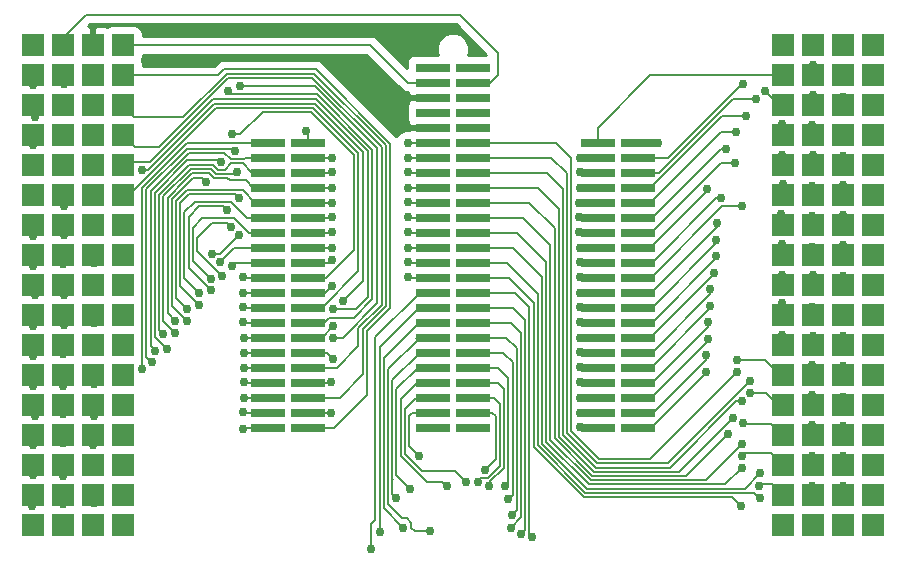
<source format=gtl>
G04 #@! TF.FileFunction,Copper,L1,Top,Signal*
%FSLAX46Y46*%
G04 Gerber Fmt 4.6, Leading zero omitted, Abs format (unit mm)*
G04 Created by KiCad (PCBNEW 4.0.4-stable) date 04/23/19 17:12:55*
%MOMM*%
%LPD*%
G01*
G04 APERTURE LIST*
%ADD10C,0.150000*%
%ADD11R,1.899920X1.899920*%
%ADD12R,2.920000X0.740000*%
%ADD13C,0.762000*%
%ADD14C,0.177800*%
%ADD15C,0.500000*%
%ADD16C,0.254000*%
G04 APERTURE END LIST*
D10*
D11*
X104140000Y-43180000D03*
X106680000Y-43180000D03*
X109220000Y-43180000D03*
X111760000Y-43180000D03*
X104140000Y-45720000D03*
X106680000Y-45720000D03*
X109220000Y-45720000D03*
X111760000Y-45720000D03*
X104140000Y-48260000D03*
X106680000Y-48260000D03*
X109220000Y-48260000D03*
X111760000Y-48260000D03*
X104140000Y-50800000D03*
X106680000Y-50800000D03*
X109220000Y-50800000D03*
X111760000Y-50800000D03*
X104140000Y-53340000D03*
X106680000Y-53340000D03*
X109220000Y-53340000D03*
X111760000Y-53340000D03*
X104140000Y-55880000D03*
X106680000Y-55880000D03*
X109220000Y-55880000D03*
X111760000Y-55880000D03*
X104140000Y-58420000D03*
X106680000Y-58420000D03*
X109220000Y-58420000D03*
X111760000Y-58420000D03*
X104140000Y-60960000D03*
X106680000Y-60960000D03*
X109220000Y-60960000D03*
X111760000Y-60960000D03*
X104140000Y-63500000D03*
X106680000Y-63500000D03*
X109220000Y-63500000D03*
X111760000Y-63500000D03*
X104140000Y-66040000D03*
X106680000Y-66040000D03*
X109220000Y-66040000D03*
X111760000Y-66040000D03*
X104140000Y-68580000D03*
X106680000Y-68580000D03*
X109220000Y-68580000D03*
X111760000Y-68580000D03*
X104140000Y-71120000D03*
X106680000Y-71120000D03*
X109220000Y-71120000D03*
X111760000Y-71120000D03*
X104140000Y-73660000D03*
X106680000Y-73660000D03*
X109220000Y-73660000D03*
X111760000Y-73660000D03*
X104140000Y-76200000D03*
X106680000Y-76200000D03*
X109220000Y-76200000D03*
X111760000Y-76200000D03*
X104140000Y-78740000D03*
X106680000Y-78740000D03*
X109220000Y-78740000D03*
X111760000Y-78740000D03*
X40640000Y-78740000D03*
X43180000Y-78740000D03*
X45720000Y-78740000D03*
X48260000Y-78740000D03*
X40640000Y-76200000D03*
X43180000Y-76200000D03*
X45720000Y-76200000D03*
X48260000Y-76200000D03*
X40640000Y-73660000D03*
X43180000Y-73660000D03*
X45720000Y-73660000D03*
X48260000Y-73660000D03*
X40640000Y-71120000D03*
X43180000Y-71120000D03*
X45720000Y-71120000D03*
X48260000Y-71120000D03*
X40640000Y-68580000D03*
X43180000Y-68580000D03*
X45720000Y-68580000D03*
X48260000Y-68580000D03*
X40640000Y-66040000D03*
X43180000Y-66040000D03*
X45720000Y-66040000D03*
X48260000Y-66040000D03*
X40640000Y-63500000D03*
X43180000Y-63500000D03*
X45720000Y-63500000D03*
X48260000Y-63500000D03*
X40640000Y-60960000D03*
X43180000Y-60960000D03*
X45720000Y-60960000D03*
X48260000Y-60960000D03*
X40640000Y-58420000D03*
X43180000Y-58420000D03*
X45720000Y-58420000D03*
X48260000Y-58420000D03*
X40640000Y-55880000D03*
X43180000Y-55880000D03*
X45720000Y-55880000D03*
X48260000Y-55880000D03*
X40640000Y-53340000D03*
X43180000Y-53340000D03*
X45720000Y-53340000D03*
X48260000Y-53340000D03*
X40640000Y-50800000D03*
X43180000Y-50800000D03*
X45720000Y-50800000D03*
X48260000Y-50800000D03*
X40640000Y-48260000D03*
X43180000Y-48260000D03*
X45720000Y-48260000D03*
X48260000Y-48260000D03*
X40640000Y-45720000D03*
X43180000Y-45720000D03*
X45720000Y-45720000D03*
X48260000Y-45720000D03*
X40640000Y-43180000D03*
X43180000Y-43180000D03*
X45720000Y-43180000D03*
X48260000Y-43180000D03*
X48260000Y-40640000D03*
X48260000Y-81280000D03*
X104140000Y-81280000D03*
X104140000Y-40640000D03*
X45720000Y-40640000D03*
X43180000Y-40640000D03*
X45720000Y-81280000D03*
X43180000Y-81280000D03*
X106680000Y-81280000D03*
X109220000Y-81280000D03*
X106680000Y-40640000D03*
X109220000Y-40640000D03*
X40640000Y-40640000D03*
X40640000Y-81280000D03*
X111760000Y-81280000D03*
X111760000Y-40640000D03*
D12*
X91885000Y-61595000D03*
X91885000Y-60325000D03*
X91885000Y-48895000D03*
X88455000Y-50165000D03*
X88455000Y-48895000D03*
X91885000Y-50165000D03*
X91885000Y-53975000D03*
X91885000Y-55245000D03*
X91885000Y-52705000D03*
X91885000Y-51435000D03*
X88455000Y-51435000D03*
X88455000Y-52705000D03*
X88455000Y-55245000D03*
X88455000Y-53975000D03*
X91885000Y-67945000D03*
X91885000Y-69215000D03*
X91885000Y-71755000D03*
X91885000Y-70485000D03*
X88455000Y-70485000D03*
X88455000Y-71755000D03*
X88455000Y-69215000D03*
X88455000Y-67945000D03*
X88455000Y-73025000D03*
X91885000Y-73025000D03*
X91885000Y-66675000D03*
X88455000Y-66675000D03*
X88455000Y-59055000D03*
X88455000Y-60325000D03*
X88455000Y-57785000D03*
X88455000Y-56515000D03*
X88455000Y-61595000D03*
X88455000Y-62865000D03*
X88455000Y-65405000D03*
X88455000Y-64135000D03*
X91885000Y-64135000D03*
X91885000Y-65405000D03*
X91885000Y-62865000D03*
X91885000Y-56515000D03*
X91885000Y-57785000D03*
X91885000Y-59055000D03*
X63945000Y-61595000D03*
X63945000Y-60325000D03*
X63945000Y-48895000D03*
X60515000Y-50165000D03*
X60515000Y-48895000D03*
X63945000Y-50165000D03*
X63945000Y-53975000D03*
X63945000Y-55245000D03*
X63945000Y-52705000D03*
X63945000Y-51435000D03*
X60515000Y-51435000D03*
X60515000Y-52705000D03*
X60515000Y-55245000D03*
X60515000Y-53975000D03*
X63945000Y-67945000D03*
X63945000Y-69215000D03*
X63945000Y-71755000D03*
X63945000Y-70485000D03*
X60515000Y-70485000D03*
X60515000Y-71755000D03*
X60515000Y-69215000D03*
X60515000Y-67945000D03*
X60515000Y-73025000D03*
X63945000Y-73025000D03*
X63945000Y-66675000D03*
X60515000Y-66675000D03*
X60515000Y-59055000D03*
X60515000Y-60325000D03*
X60515000Y-57785000D03*
X60515000Y-56515000D03*
X60515000Y-61595000D03*
X60515000Y-62865000D03*
X60515000Y-65405000D03*
X60515000Y-64135000D03*
X63945000Y-64135000D03*
X63945000Y-65405000D03*
X63945000Y-62865000D03*
X63945000Y-56515000D03*
X63945000Y-57785000D03*
X63945000Y-59055000D03*
X74485000Y-70485000D03*
X77915000Y-70485000D03*
X74485000Y-69215000D03*
X77915000Y-69215000D03*
X77915000Y-67945000D03*
X74485000Y-67945000D03*
X77915000Y-71755000D03*
X74485000Y-71755000D03*
X77915000Y-73025000D03*
X74485000Y-73025000D03*
X77915000Y-55245000D03*
X77915000Y-53975000D03*
X77915000Y-42545000D03*
X74485000Y-43815000D03*
X74485000Y-42545000D03*
X77915000Y-43815000D03*
X77915000Y-47625000D03*
X77915000Y-48895000D03*
X77915000Y-46355000D03*
X77915000Y-45085000D03*
X74485000Y-45085000D03*
X74485000Y-46355000D03*
X74485000Y-48895000D03*
X74485000Y-47625000D03*
X77915000Y-61595000D03*
X77915000Y-62865000D03*
X77915000Y-65405000D03*
X77915000Y-64135000D03*
X74485000Y-64135000D03*
X74485000Y-65405000D03*
X74485000Y-62865000D03*
X74485000Y-61595000D03*
X74485000Y-66675000D03*
X77915000Y-66675000D03*
X77915000Y-60325000D03*
X74485000Y-60325000D03*
X74485000Y-52705000D03*
X74485000Y-53975000D03*
X74485000Y-51435000D03*
X74485000Y-50165000D03*
X74485000Y-55245000D03*
X74485000Y-56515000D03*
X74485000Y-59055000D03*
X74485000Y-57785000D03*
X77915000Y-57785000D03*
X77915000Y-59055000D03*
X77915000Y-56515000D03*
X77915000Y-50165000D03*
X77915000Y-51435000D03*
X77915000Y-52705000D03*
D13*
X106700000Y-42300000D03*
X93600000Y-48900000D03*
X87000000Y-50200000D03*
X109200000Y-43000000D03*
X111700000Y-43200000D03*
X100800000Y-43900000D03*
X87000000Y-51400000D03*
X102600000Y-44500000D03*
X101900000Y-45200000D03*
X106700000Y-44900000D03*
X87000000Y-52700000D03*
X109200000Y-45000000D03*
X111700000Y-45700000D03*
X101000000Y-46600000D03*
X86900000Y-54000000D03*
X104100000Y-47300000D03*
X106600000Y-47400000D03*
X100200000Y-48000000D03*
X86900000Y-55200000D03*
X109200000Y-47700000D03*
X99300000Y-49400000D03*
X111700000Y-48300000D03*
X86900000Y-56500000D03*
X104100000Y-49900000D03*
X100100000Y-50600000D03*
X106700000Y-49900000D03*
X87000000Y-57800000D03*
X109200000Y-50000000D03*
X97700000Y-52800000D03*
X111800000Y-50700000D03*
X87000000Y-59000000D03*
X104200000Y-52400000D03*
X98900000Y-53600000D03*
X106600000Y-52600000D03*
X87000000Y-60300000D03*
X109200000Y-52500000D03*
X100700000Y-54300000D03*
X111700000Y-53200000D03*
X87000000Y-61600000D03*
X104000000Y-54900000D03*
X98600000Y-55700000D03*
X106600000Y-55100000D03*
X109200000Y-55000000D03*
X87000000Y-62800000D03*
X98500000Y-57100000D03*
X111700000Y-55800000D03*
X104100000Y-57500000D03*
X87000000Y-64100000D03*
X98500000Y-58500000D03*
X106600000Y-57700000D03*
X87000000Y-65400000D03*
X109200000Y-57600000D03*
X98300000Y-59900000D03*
X111800000Y-58400000D03*
X87000000Y-66600000D03*
X104100000Y-60100000D03*
X98000000Y-61300000D03*
X106700000Y-60100000D03*
X109200000Y-60200000D03*
X87000000Y-67900000D03*
X98000000Y-62700000D03*
X111700000Y-60900000D03*
X87000000Y-69200000D03*
X104100000Y-62500000D03*
X97800000Y-64100000D03*
X106600000Y-62800000D03*
X109200000Y-62900000D03*
X87000000Y-70500000D03*
X97800000Y-65500000D03*
X111700000Y-63500000D03*
X87000000Y-71800000D03*
X104100000Y-65200000D03*
X97600000Y-66900000D03*
X106700000Y-65300000D03*
X87000000Y-73000000D03*
X109200000Y-65300000D03*
X97600000Y-68300000D03*
X111700000Y-66000000D03*
X72400000Y-48900000D03*
X100300000Y-67300000D03*
X106600000Y-67700000D03*
X100300000Y-68300000D03*
X109200000Y-67800000D03*
X72400000Y-50200000D03*
X111800000Y-68500000D03*
X101400000Y-69100000D03*
X101400000Y-70100000D03*
X72400000Y-51400000D03*
X106600000Y-70300000D03*
X100700000Y-70800000D03*
X109200000Y-70400000D03*
X72400000Y-52700000D03*
X111800000Y-71000000D03*
X99900000Y-72200000D03*
X100800000Y-72600000D03*
X72400000Y-53900000D03*
X106600000Y-72800000D03*
X99500000Y-73600000D03*
X109200000Y-72900000D03*
X72400000Y-55200000D03*
X111700000Y-73600000D03*
X100700000Y-74400000D03*
X100700000Y-75400000D03*
X72400000Y-56500000D03*
X106600000Y-75400000D03*
X100700000Y-76400000D03*
X109200000Y-75400000D03*
X72400000Y-57800000D03*
X111700000Y-76100000D03*
X102200000Y-76900000D03*
X102100000Y-78000000D03*
X72400000Y-59000000D03*
X106600000Y-78000000D03*
X102200000Y-79000000D03*
X109200000Y-78000000D03*
X72400000Y-60300000D03*
X111700000Y-78800000D03*
X100600000Y-79700000D03*
X40600000Y-79700000D03*
X69300000Y-83300000D03*
X43200000Y-79500000D03*
X82900000Y-82300000D03*
X45800000Y-79400000D03*
X70000000Y-81900000D03*
X48300000Y-79200000D03*
X82000000Y-82000000D03*
X40700000Y-77000000D03*
X72000000Y-81500000D03*
X43200000Y-77100000D03*
X81100000Y-81500000D03*
X45700000Y-76400000D03*
X74300000Y-81800000D03*
X48300000Y-76500000D03*
X81200000Y-80400000D03*
X40700000Y-74500000D03*
X71400000Y-79000000D03*
X43200000Y-74300000D03*
X80900000Y-79100000D03*
X40700000Y-67000000D03*
X49900000Y-68100000D03*
X63800000Y-47900000D03*
X50700000Y-67500000D03*
X43200000Y-66800000D03*
X57800000Y-49600000D03*
X45700000Y-66500000D03*
X51000000Y-66500000D03*
X66000000Y-50200000D03*
X48300000Y-66100000D03*
X52000000Y-66400000D03*
X56600000Y-50500000D03*
X40700000Y-64400000D03*
X51700000Y-65100000D03*
X57900000Y-51400000D03*
X52700000Y-65000000D03*
X43300000Y-64300000D03*
X66000000Y-51400000D03*
X52700000Y-64000000D03*
X45800000Y-64200000D03*
X66000000Y-52700000D03*
X48300000Y-63500000D03*
X53700000Y-64000000D03*
X55300000Y-52200000D03*
X53700000Y-63000000D03*
X40800000Y-61800000D03*
X58100000Y-53600000D03*
X54700000Y-62600000D03*
X43300000Y-61800000D03*
X66000000Y-54000000D03*
X45800000Y-61500000D03*
X54700000Y-61600000D03*
X57100000Y-54600000D03*
X55700000Y-61400000D03*
X48300000Y-61000000D03*
X66000000Y-55200000D03*
X40700000Y-59300000D03*
X55700000Y-60400000D03*
X66000000Y-56500000D03*
X43200000Y-59200000D03*
X56700000Y-60200000D03*
X57400000Y-56000000D03*
X45800000Y-59100000D03*
X56500000Y-59000000D03*
X66000000Y-57800000D03*
X48300000Y-58500000D03*
X55800000Y-58300000D03*
X58100000Y-56700000D03*
X40700000Y-56800000D03*
X57500000Y-59300000D03*
X43300000Y-56700000D03*
X66000000Y-58800000D03*
X58400000Y-60300000D03*
X45700000Y-56100000D03*
X48500000Y-56500000D03*
X57500000Y-48200000D03*
X58400000Y-61600000D03*
X40700000Y-53400000D03*
X66000000Y-61000000D03*
X43300000Y-54300000D03*
X58400000Y-62800000D03*
X66900000Y-62300000D03*
X49900000Y-51200000D03*
X45700000Y-53500000D03*
X58400000Y-64100000D03*
X58200000Y-44100000D03*
X40700000Y-51000000D03*
X66100000Y-65400000D03*
X43180000Y-50800000D03*
X57200000Y-44500000D03*
X45720000Y-50800000D03*
X58500000Y-65400000D03*
X66100000Y-64400000D03*
X66100000Y-63000000D03*
X40700000Y-49100000D03*
X58500000Y-66700000D03*
X43200000Y-48600000D03*
X66100000Y-67200000D03*
X58500000Y-68000000D03*
X45700000Y-48300000D03*
X40800000Y-46700000D03*
X58500000Y-69200000D03*
X43100000Y-46000000D03*
X65900000Y-69200000D03*
X45700000Y-45300000D03*
X58500000Y-70500000D03*
X40700000Y-44000000D03*
X58400000Y-71700000D03*
X43300000Y-43900000D03*
X65900000Y-71800000D03*
X45800000Y-43100000D03*
X58400000Y-73100000D03*
X45700000Y-39100000D03*
X72200000Y-44900000D03*
X45800000Y-72000000D03*
X77300000Y-77600000D03*
X48400000Y-71300000D03*
X78300000Y-77600000D03*
X40800000Y-72000000D03*
X75700000Y-78000000D03*
X43200000Y-71900000D03*
X79300000Y-78000000D03*
X80600000Y-78000000D03*
X48300000Y-74200000D03*
X72600000Y-78200000D03*
X45700000Y-74500000D03*
X43200000Y-69500000D03*
X78900000Y-76600000D03*
X40700000Y-69500000D03*
X73300000Y-75400000D03*
X77915000Y-73025000D03*
X48300000Y-68900000D03*
X74485000Y-73025000D03*
X45800000Y-69300000D03*
D14*
X48260000Y-40640000D02*
X69215000Y-40640000D01*
X72390000Y-43815000D02*
X74485000Y-43815000D01*
X69215000Y-40640000D02*
X72390000Y-43815000D01*
X88455000Y-48895000D02*
X88455000Y-47645000D01*
X92920000Y-43180000D02*
X104140000Y-43180000D01*
X88455000Y-47645000D02*
X92920000Y-43180000D01*
X91885000Y-48895000D02*
X93595000Y-48895000D01*
X106700000Y-42300000D02*
X106680000Y-42320000D01*
X93595000Y-48895000D02*
X93600000Y-48900000D01*
X106680000Y-42320000D02*
X106680000Y-43180000D01*
X88455000Y-50165000D02*
X87035000Y-50165000D01*
X87035000Y-50165000D02*
X87000000Y-50200000D01*
X109200000Y-43000000D02*
X109220000Y-43020000D01*
X109220000Y-43020000D02*
X109220000Y-43180000D01*
X91885000Y-50165000D02*
X94435000Y-50165000D01*
X111700000Y-43200000D02*
X111720000Y-43180000D01*
X100700000Y-43900000D02*
X100800000Y-43900000D01*
X94435000Y-50165000D02*
X100700000Y-43900000D01*
X111720000Y-43180000D02*
X111760000Y-43180000D01*
X88455000Y-51435000D02*
X87035000Y-51435000D01*
X87035000Y-51435000D02*
X87000000Y-51400000D01*
X102600000Y-44500000D02*
X103820000Y-45720000D01*
X103820000Y-45720000D02*
X104140000Y-45720000D01*
X91885000Y-51435000D02*
X93667898Y-51435000D01*
X106700000Y-44900000D02*
X106680000Y-44920000D01*
X99902898Y-45200000D02*
X101900000Y-45200000D01*
X93667898Y-51435000D02*
X99902898Y-45200000D01*
X106680000Y-44920000D02*
X106680000Y-45720000D01*
X88455000Y-52705000D02*
X87005000Y-52705000D01*
X87005000Y-52705000D02*
X87000000Y-52700000D01*
X109200000Y-45000000D02*
X109220000Y-45020000D01*
X109220000Y-45020000D02*
X109220000Y-45720000D01*
X109220000Y-45020000D02*
X109220000Y-45720000D01*
X111720000Y-45720000D02*
X111700000Y-45700000D01*
X99005796Y-46600000D02*
X101000000Y-46600000D01*
X99005796Y-46600000D02*
X92900796Y-52705000D01*
X91885000Y-52705000D02*
X92900796Y-52705000D01*
X91885000Y-52705000D02*
X93095000Y-52705000D01*
X111720000Y-45720000D02*
X111760000Y-45720000D01*
X88455000Y-53975000D02*
X86925000Y-53975000D01*
X86925000Y-53975000D02*
X86900000Y-54000000D01*
X104100000Y-47300000D02*
X104140000Y-47340000D01*
X104140000Y-47340000D02*
X104140000Y-48260000D01*
X104140000Y-47440000D02*
X104140000Y-48260000D01*
X91885000Y-53975000D02*
X92925000Y-53975000D01*
X92925000Y-53975000D02*
X98900000Y-48000000D01*
X106600000Y-47400000D02*
X106680000Y-47480000D01*
X98900000Y-48000000D02*
X100200000Y-48000000D01*
X106680000Y-47480000D02*
X106680000Y-48260000D01*
X91885000Y-53975000D02*
X93125000Y-53975000D01*
X106680000Y-47420000D02*
X106680000Y-48260000D01*
X88455000Y-55245000D02*
X86945000Y-55245000D01*
X86945000Y-55245000D02*
X86900000Y-55200000D01*
X109200000Y-47700000D02*
X109220000Y-47720000D01*
X109220000Y-47720000D02*
X109220000Y-48260000D01*
X109220000Y-47420000D02*
X109220000Y-48260000D01*
X91885000Y-55245000D02*
X93055000Y-55245000D01*
X93055000Y-55245000D02*
X98900000Y-49400000D01*
X98900000Y-49400000D02*
X99300000Y-49400000D01*
X111700000Y-48300000D02*
X111740000Y-48260000D01*
X111740000Y-48260000D02*
X111760000Y-48260000D01*
X88455000Y-56515000D02*
X86915000Y-56515000D01*
X86915000Y-56515000D02*
X86900000Y-56500000D01*
X104100000Y-49900000D02*
X104140000Y-49940000D01*
X104140000Y-49940000D02*
X104140000Y-50800000D01*
X91885000Y-56515000D02*
X92985000Y-56515000D01*
X92985000Y-56515000D02*
X98900000Y-50600000D01*
X98900000Y-50600000D02*
X100100000Y-50600000D01*
X106700000Y-49900000D02*
X106680000Y-49920000D01*
X106680000Y-49920000D02*
X106680000Y-50800000D01*
X88455000Y-57785000D02*
X87015000Y-57785000D01*
X87015000Y-57785000D02*
X87000000Y-57800000D01*
X109200000Y-50000000D02*
X109220000Y-50020000D01*
X109220000Y-50020000D02*
X109220000Y-50800000D01*
X91885000Y-57785000D02*
X92915000Y-57785000D01*
X92915000Y-57785000D02*
X97700000Y-53000000D01*
X97700000Y-53000000D02*
X97700000Y-52800000D01*
X111800000Y-50700000D02*
X111760000Y-50740000D01*
X111760000Y-50740000D02*
X111760000Y-50800000D01*
X88455000Y-59055000D02*
X87055000Y-59055000D01*
X87055000Y-59055000D02*
X87000000Y-59000000D01*
X104200000Y-52400000D02*
X104140000Y-52460000D01*
X104140000Y-52460000D02*
X104140000Y-53340000D01*
X91885000Y-59055000D02*
X93045000Y-59055000D01*
X93045000Y-59055000D02*
X98500000Y-53600000D01*
X98500000Y-53600000D02*
X98900000Y-53600000D01*
X106600000Y-52600000D02*
X106680000Y-52680000D01*
X106680000Y-52680000D02*
X106680000Y-53340000D01*
X88455000Y-60325000D02*
X87025000Y-60325000D01*
X87025000Y-60325000D02*
X87000000Y-60300000D01*
X109200000Y-52500000D02*
X109220000Y-52520000D01*
X109220000Y-52520000D02*
X109220000Y-53340000D01*
X91885000Y-60325000D02*
X92975000Y-60325000D01*
X92975000Y-60325000D02*
X99000000Y-54300000D01*
X99000000Y-54300000D02*
X100700000Y-54300000D01*
X111700000Y-53200000D02*
X111760000Y-53260000D01*
X111760000Y-53260000D02*
X111760000Y-53340000D01*
X88455000Y-61595000D02*
X87005000Y-61595000D01*
X87005000Y-61595000D02*
X87000000Y-61600000D01*
X104000000Y-54900000D02*
X104140000Y-55040000D01*
X104140000Y-55040000D02*
X104140000Y-55880000D01*
X91885000Y-61595000D02*
X93005000Y-61595000D01*
X93005000Y-61595000D02*
X98600000Y-56000000D01*
X98600000Y-56000000D02*
X98600000Y-55700000D01*
X106600000Y-55100000D02*
X106680000Y-55180000D01*
X106680000Y-55180000D02*
X106680000Y-55880000D01*
X109220000Y-55020000D02*
X109200000Y-55000000D01*
X87000000Y-62800000D02*
X87065000Y-62865000D01*
X88455000Y-62865000D02*
X87065000Y-62865000D01*
X109220000Y-55020000D02*
X109220000Y-55880000D01*
X91885000Y-62865000D02*
X93035000Y-62865000D01*
X93035000Y-62865000D02*
X98500000Y-57400000D01*
X98500000Y-57400000D02*
X98500000Y-57100000D01*
X111700000Y-55800000D02*
X111760000Y-55860000D01*
X111760000Y-55860000D02*
X111760000Y-55880000D01*
X104140000Y-57540000D02*
X104100000Y-57500000D01*
X87000000Y-64100000D02*
X87035000Y-64135000D01*
X88455000Y-64135000D02*
X87035000Y-64135000D01*
X104140000Y-57540000D02*
X104140000Y-58420000D01*
X91885000Y-64135000D02*
X93065000Y-64135000D01*
X93065000Y-64135000D02*
X98500000Y-58700000D01*
X98500000Y-58700000D02*
X98500000Y-58500000D01*
X106600000Y-57700000D02*
X106680000Y-57780000D01*
X106680000Y-57780000D02*
X106680000Y-58420000D01*
X88455000Y-65405000D02*
X87005000Y-65405000D01*
X87005000Y-65405000D02*
X87000000Y-65400000D01*
X109200000Y-57600000D02*
X109220000Y-57620000D01*
X109220000Y-57620000D02*
X109220000Y-58420000D01*
X91885000Y-65405000D02*
X92895000Y-65405000D01*
X92895000Y-65405000D02*
X98300000Y-60000000D01*
X98300000Y-60000000D02*
X98300000Y-59900000D01*
X111800000Y-58400000D02*
X111780000Y-58420000D01*
X111780000Y-58420000D02*
X111760000Y-58420000D01*
X88455000Y-66675000D02*
X87075000Y-66675000D01*
X87075000Y-66675000D02*
X87000000Y-66600000D01*
X104100000Y-60100000D02*
X104140000Y-60140000D01*
X104140000Y-60140000D02*
X104140000Y-60960000D01*
X91885000Y-66675000D02*
X93025000Y-66675000D01*
X93025000Y-66675000D02*
X98000000Y-61700000D01*
X98000000Y-61700000D02*
X98000000Y-61300000D01*
X106700000Y-60100000D02*
X106680000Y-60120000D01*
X106680000Y-60120000D02*
X106680000Y-60960000D01*
X109220000Y-60220000D02*
X109200000Y-60200000D01*
X87000000Y-67900000D02*
X87045000Y-67945000D01*
X88455000Y-67945000D02*
X87045000Y-67945000D01*
X109220000Y-60220000D02*
X109220000Y-60960000D01*
X91885000Y-67945000D02*
X92955000Y-67945000D01*
X92955000Y-67945000D02*
X98000000Y-62900000D01*
X98000000Y-62900000D02*
X98000000Y-62700000D01*
X111700000Y-60900000D02*
X111760000Y-60960000D01*
X88455000Y-69215000D02*
X87015000Y-69215000D01*
X87015000Y-69215000D02*
X87000000Y-69200000D01*
X104140000Y-62540000D02*
X104140000Y-63500000D01*
X104100000Y-62500000D02*
X104140000Y-62540000D01*
X91885000Y-69215000D02*
X93085000Y-69215000D01*
X93085000Y-69215000D02*
X97800000Y-64500000D01*
X97800000Y-64500000D02*
X97800000Y-64100000D01*
X106600000Y-62800000D02*
X106680000Y-62880000D01*
X106680000Y-62880000D02*
X106680000Y-63500000D01*
X109220000Y-62920000D02*
X109200000Y-62900000D01*
X87000000Y-70500000D02*
X87015000Y-70485000D01*
X88455000Y-70485000D02*
X87015000Y-70485000D01*
X109220000Y-62920000D02*
X109220000Y-63500000D01*
X91885000Y-70485000D02*
X93015000Y-70485000D01*
X93015000Y-70485000D02*
X97800000Y-65700000D01*
X97800000Y-65700000D02*
X97800000Y-65500000D01*
X111700000Y-63500000D02*
X111760000Y-63500000D01*
X88455000Y-71755000D02*
X87045000Y-71755000D01*
X87045000Y-71755000D02*
X87000000Y-71800000D01*
X104100000Y-65200000D02*
X104140000Y-65240000D01*
X104140000Y-65240000D02*
X104140000Y-66040000D01*
X91885000Y-71755000D02*
X93145000Y-71755000D01*
X93145000Y-71755000D02*
X97600000Y-67300000D01*
X97600000Y-67300000D02*
X97600000Y-66900000D01*
X106700000Y-65300000D02*
X106680000Y-65320000D01*
X106680000Y-65320000D02*
X106680000Y-66040000D01*
X88455000Y-73025000D02*
X87025000Y-73025000D01*
X87025000Y-73025000D02*
X87000000Y-73000000D01*
X109200000Y-65300000D02*
X109220000Y-65320000D01*
X109220000Y-65320000D02*
X109220000Y-66040000D01*
X91885000Y-73025000D02*
X92975000Y-73025000D01*
X92975000Y-73025000D02*
X97600000Y-68400000D01*
X97600000Y-68400000D02*
X97600000Y-68300000D01*
X111700000Y-66000000D02*
X111740000Y-66040000D01*
X111740000Y-66040000D02*
X111760000Y-66040000D01*
X74485000Y-48895000D02*
X72405000Y-48895000D01*
X72405000Y-48895000D02*
X72400000Y-48900000D01*
X102600000Y-67300000D02*
X103880000Y-68580000D01*
X100300000Y-67300000D02*
X102600000Y-67300000D01*
X103880000Y-68580000D02*
X104140000Y-68580000D01*
X106600000Y-67700000D02*
X106680000Y-67780000D01*
X106680000Y-67780000D02*
X106680000Y-68580000D01*
X106680000Y-67980000D02*
X106680000Y-68580000D01*
X92900000Y-75700000D02*
X100300000Y-68300000D01*
X92900000Y-75700000D02*
X88597102Y-75700000D01*
X88597102Y-75700000D02*
X86244398Y-73347296D01*
X86244398Y-50200000D02*
X86244398Y-73347296D01*
X84939398Y-48895000D02*
X86244398Y-50200000D01*
X77915000Y-48895000D02*
X84939398Y-48895000D01*
X109220000Y-67820000D02*
X109200000Y-67800000D01*
X74485000Y-50165000D02*
X72435000Y-50165000D01*
X72435000Y-50165000D02*
X72400000Y-50200000D01*
X109220000Y-67820000D02*
X109220000Y-68580000D01*
X109220000Y-67980000D02*
X109220000Y-68580000D01*
X111800000Y-68500000D02*
X111760000Y-68540000D01*
X111760000Y-68540000D02*
X111760000Y-68580000D01*
X111780000Y-68580000D02*
X111760000Y-68580000D01*
X94444398Y-76055602D02*
X101400000Y-69100000D01*
X88449806Y-76055602D02*
X94444398Y-76055602D01*
X85888796Y-73494592D02*
X88449806Y-76055602D01*
X85888796Y-51500000D02*
X85888796Y-73494592D01*
X84553796Y-50165000D02*
X85888796Y-51500000D01*
X77915000Y-50165000D02*
X84553796Y-50165000D01*
X101400000Y-70100000D02*
X102700000Y-70100000D01*
X102700000Y-70100000D02*
X103720000Y-71120000D01*
X72435000Y-51435000D02*
X74485000Y-51435000D01*
X72400000Y-51400000D02*
X72435000Y-51435000D01*
X103720000Y-71120000D02*
X104140000Y-71120000D01*
X103420000Y-70400000D02*
X104140000Y-71120000D01*
X106600000Y-70300000D02*
X106680000Y-70380000D01*
X106680000Y-70380000D02*
X106680000Y-71120000D01*
X106680000Y-70380000D02*
X106680000Y-71120000D01*
X94591694Y-76411204D02*
X100202898Y-70800000D01*
X100202898Y-70800000D02*
X100700000Y-70800000D01*
X84135000Y-51435000D02*
X85533194Y-52833194D01*
X85533194Y-73641888D02*
X88302510Y-76411204D01*
X88302510Y-76411204D02*
X94591694Y-76411204D01*
X85533194Y-52833194D02*
X85533194Y-73641888D01*
X77915000Y-51435000D02*
X84135000Y-51435000D01*
X109200000Y-70400000D02*
X109220000Y-70420000D01*
X72405000Y-52705000D02*
X74485000Y-52705000D01*
X72400000Y-52700000D02*
X72405000Y-52705000D01*
X109220000Y-70420000D02*
X109220000Y-71120000D01*
X111800000Y-71000000D02*
X111760000Y-71040000D01*
X111760000Y-71040000D02*
X111760000Y-71120000D01*
X83405000Y-52705000D02*
X85177592Y-54477592D01*
X77915000Y-52705000D02*
X83405000Y-52705000D01*
X85177592Y-54477592D02*
X85177592Y-73789184D01*
X85177592Y-73789184D02*
X88155214Y-76766806D01*
X88155214Y-76766806D02*
X95333194Y-76766806D01*
X95333194Y-76766806D02*
X99900000Y-72200000D01*
X100900000Y-72700000D02*
X103180000Y-72700000D01*
X100800000Y-72600000D02*
X100900000Y-72700000D01*
X103180000Y-72700000D02*
X104140000Y-73660000D01*
X72475000Y-53975000D02*
X74485000Y-53975000D01*
X72400000Y-53900000D02*
X72475000Y-53975000D01*
X106600000Y-72800000D02*
X106680000Y-72880000D01*
X106680000Y-72880000D02*
X106680000Y-73660000D01*
X82675000Y-53975000D02*
X84821990Y-56121990D01*
X77915000Y-53975000D02*
X82675000Y-53975000D01*
X84821990Y-56121990D02*
X84821990Y-73936480D01*
X84821990Y-73936480D02*
X88007918Y-77122408D01*
X88007918Y-77122408D02*
X95977592Y-77122408D01*
X95977592Y-77122408D02*
X99500000Y-73600000D01*
X109220000Y-72920000D02*
X109200000Y-72900000D01*
X72445000Y-55245000D02*
X74485000Y-55245000D01*
X72400000Y-55200000D02*
X72445000Y-55245000D01*
X109220000Y-72920000D02*
X109220000Y-73660000D01*
X111700000Y-73600000D02*
X111760000Y-73660000D01*
X82145000Y-55245000D02*
X84466388Y-57566388D01*
X77915000Y-55245000D02*
X82145000Y-55245000D01*
X84466388Y-57566388D02*
X84466388Y-74083776D01*
X84466388Y-74083776D02*
X87860622Y-77478010D01*
X87860622Y-77478010D02*
X97621990Y-77478010D01*
X97621990Y-77478010D02*
X100700000Y-74400000D01*
X100900000Y-75200000D02*
X103140000Y-75200000D01*
X100700000Y-75400000D02*
X100900000Y-75200000D01*
X104140000Y-76200000D02*
X103140000Y-75200000D01*
X72415000Y-56515000D02*
X74485000Y-56515000D01*
X72400000Y-56500000D02*
X72415000Y-56515000D01*
X106600000Y-75400000D02*
X106680000Y-75480000D01*
X106680000Y-75480000D02*
X106680000Y-76200000D01*
X81615000Y-56515000D02*
X84110786Y-59010786D01*
X77915000Y-56515000D02*
X81615000Y-56515000D01*
X84110786Y-59010786D02*
X84110786Y-74231072D01*
X84110786Y-74231072D02*
X87713326Y-77833612D01*
X87713326Y-77833612D02*
X99266388Y-77833612D01*
X99266388Y-77833612D02*
X100700000Y-76400000D01*
X109220000Y-75420000D02*
X109200000Y-75400000D01*
X72415000Y-57785000D02*
X74485000Y-57785000D01*
X72400000Y-57800000D02*
X72415000Y-57785000D01*
X109220000Y-75420000D02*
X109220000Y-76200000D01*
X111700000Y-76100000D02*
X111760000Y-76160000D01*
X111760000Y-76160000D02*
X111760000Y-76200000D01*
X81285000Y-57785000D02*
X83755184Y-60255184D01*
X77915000Y-57785000D02*
X81285000Y-57785000D01*
X83755184Y-60255184D02*
X83755184Y-74378368D01*
X83755184Y-74378368D02*
X87566030Y-78189214D01*
X87566030Y-78189214D02*
X100910786Y-78189214D01*
X100910786Y-78189214D02*
X102200000Y-76900000D01*
X102100000Y-78000000D02*
X102300000Y-77800000D01*
X103200000Y-77800000D02*
X102300000Y-77800000D01*
X72455000Y-59055000D02*
X74485000Y-59055000D01*
X72400000Y-59000000D02*
X72455000Y-59055000D01*
X103200000Y-77800000D02*
X104140000Y-78740000D01*
X106600000Y-78000000D02*
X106680000Y-78080000D01*
X106680000Y-78080000D02*
X106680000Y-78740000D01*
X80755000Y-59055000D02*
X83399582Y-61699582D01*
X77915000Y-59055000D02*
X80755000Y-59055000D01*
X83399582Y-61699582D02*
X83399582Y-74525664D01*
X83399582Y-74525664D02*
X87418734Y-78544816D01*
X87418734Y-78544816D02*
X101744816Y-78544816D01*
X101744816Y-78544816D02*
X102200000Y-79000000D01*
X109200000Y-78000000D02*
X109220000Y-78020000D01*
X72425000Y-60325000D02*
X74485000Y-60325000D01*
X72400000Y-60300000D02*
X72425000Y-60325000D01*
X109220000Y-78020000D02*
X109220000Y-78740000D01*
X111700000Y-78800000D02*
X111760000Y-78740000D01*
X80925000Y-60325000D02*
X83043980Y-62443980D01*
X77915000Y-60325000D02*
X80925000Y-60325000D01*
X83043980Y-62443980D02*
X83043980Y-74672960D01*
X83043980Y-74672960D02*
X87271438Y-78900418D01*
X87271438Y-78900418D02*
X99800418Y-78900418D01*
X99800418Y-78900418D02*
X100600000Y-79700000D01*
X40600000Y-79700000D02*
X40640000Y-79660000D01*
X40640000Y-79660000D02*
X40640000Y-78740000D01*
X40640000Y-79640000D02*
X40640000Y-78740000D01*
X74485000Y-61595000D02*
X73405000Y-61595000D01*
X73405000Y-61595000D02*
X69655184Y-65344816D01*
X69300000Y-81200000D02*
X69300000Y-83300000D01*
X69655184Y-80844816D02*
X69300000Y-81200000D01*
X69655184Y-65344816D02*
X69655184Y-80844816D01*
X43180000Y-79480000D02*
X43200000Y-79500000D01*
X43180000Y-79480000D02*
X43180000Y-78740000D01*
X43180000Y-79580000D02*
X43180000Y-78740000D01*
X81483378Y-61595000D02*
X82688378Y-62800000D01*
X77915000Y-61595000D02*
X81483378Y-61595000D01*
X82688378Y-62800000D02*
X82688378Y-82000000D01*
X82688378Y-82088378D02*
X82900000Y-82300000D01*
X82688378Y-82000000D02*
X82688378Y-82088378D01*
X45800000Y-79400000D02*
X45720000Y-79320000D01*
X45720000Y-79320000D02*
X45720000Y-78740000D01*
X45720000Y-79380000D02*
X45720000Y-78740000D01*
X45720000Y-79480000D02*
X45720000Y-78740000D01*
X74485000Y-62865000D02*
X73335000Y-62865000D01*
X73335000Y-62865000D02*
X70010786Y-66189214D01*
X70010786Y-81889214D02*
X70000000Y-81900000D01*
X70010786Y-66189214D02*
X70010786Y-81889214D01*
X74485000Y-62865000D02*
X73235000Y-62865000D01*
X48300000Y-79200000D02*
X48260000Y-79160000D01*
X48260000Y-79160000D02*
X48260000Y-78740000D01*
X48260000Y-79160000D02*
X48260000Y-78740000D01*
X48260000Y-79060000D02*
X48260000Y-78740000D01*
X81297776Y-62865000D02*
X82332776Y-63900000D01*
X77915000Y-62865000D02*
X81297776Y-62865000D01*
X82332776Y-63900000D02*
X82332776Y-81667224D01*
X82332776Y-81667224D02*
X82000000Y-82000000D01*
X40640000Y-76940000D02*
X40700000Y-77000000D01*
X40640000Y-76940000D02*
X40640000Y-76200000D01*
X40640000Y-76940000D02*
X40640000Y-76200000D01*
X40640000Y-76940000D02*
X40640000Y-76200000D01*
X70366388Y-79866388D02*
X72000000Y-81500000D01*
X70366388Y-67133612D02*
X70366388Y-79866388D01*
X70366388Y-67133612D02*
X73365000Y-64135000D01*
X74485000Y-64135000D02*
X73365000Y-64135000D01*
X43180000Y-77080000D02*
X43200000Y-77100000D01*
X43180000Y-77080000D02*
X43180000Y-76200000D01*
X43180000Y-77080000D02*
X43180000Y-76200000D01*
X81112174Y-64135000D02*
X81977174Y-65000000D01*
X81112174Y-64135000D02*
X77915000Y-64135000D01*
X81977174Y-65000000D02*
X81977174Y-80622826D01*
X81977174Y-80622826D02*
X81100000Y-81500000D01*
X71900000Y-80700000D02*
X72300000Y-80700000D01*
X45720000Y-76380000D02*
X45700000Y-76400000D01*
X73000000Y-81800000D02*
X74300000Y-81800000D01*
X72700000Y-81500000D02*
X73000000Y-81800000D01*
X72700000Y-81100000D02*
X72700000Y-81500000D01*
X72300000Y-80700000D02*
X72700000Y-81100000D01*
X45720000Y-76380000D02*
X45720000Y-76200000D01*
X70721990Y-78221990D02*
X70721990Y-79121990D01*
X70721990Y-78221990D02*
X70721990Y-78100000D01*
X74485000Y-65405000D02*
X73395000Y-65405000D01*
X73395000Y-65405000D02*
X70721990Y-68078010D01*
X70721990Y-68078010D02*
X70721990Y-78100000D01*
X70721990Y-78100000D02*
X70721990Y-78121990D01*
X74485000Y-65405000D02*
X73095000Y-65405000D01*
X70721990Y-79121990D02*
X70721990Y-79521990D01*
X70721990Y-79521990D02*
X71900000Y-80700000D01*
X48300000Y-76500000D02*
X48260000Y-76460000D01*
X48260000Y-76460000D02*
X48260000Y-76200000D01*
X80705000Y-65405000D02*
X81621572Y-66321572D01*
X77915000Y-65405000D02*
X80705000Y-65405000D01*
X81621572Y-79978428D02*
X81200000Y-80400000D01*
X81621572Y-66321572D02*
X81621572Y-79978428D01*
X40700000Y-74500000D02*
X40640000Y-74440000D01*
X40640000Y-74440000D02*
X40640000Y-73660000D01*
X71077592Y-77377592D02*
X71077592Y-78677592D01*
X71077592Y-78677592D02*
X71400000Y-79000000D01*
X74485000Y-66675000D02*
X73425000Y-66675000D01*
X73425000Y-66675000D02*
X71077592Y-69022408D01*
X71077592Y-69022408D02*
X71077592Y-77377592D01*
X71077592Y-77377592D02*
X71100000Y-77400000D01*
X43180000Y-74280000D02*
X43200000Y-74300000D01*
X43180000Y-74280000D02*
X43180000Y-73660000D01*
X80475000Y-66675000D02*
X81265970Y-67465970D01*
X81265970Y-67465970D02*
X81265970Y-78734030D01*
X81265970Y-78734030D02*
X80900000Y-79100000D01*
X80475000Y-66675000D02*
X77915000Y-66675000D01*
X60515000Y-48895000D02*
X53705000Y-48895000D01*
X40700000Y-67000000D02*
X40640000Y-66940000D01*
X49900000Y-52700000D02*
X49900000Y-68100000D01*
X53705000Y-48895000D02*
X49900000Y-52700000D01*
X40640000Y-66940000D02*
X40640000Y-66040000D01*
X63945000Y-48045000D02*
X63945000Y-48895000D01*
X63800000Y-47900000D02*
X63945000Y-48045000D01*
X50255602Y-52847296D02*
X50255602Y-67055602D01*
X50255602Y-67055602D02*
X50700000Y-67500000D01*
X43200000Y-66800000D02*
X43180000Y-66780000D01*
X53702898Y-49400000D02*
X50255602Y-52847296D01*
X57600000Y-49400000D02*
X53702898Y-49400000D01*
X57800000Y-49600000D02*
X57600000Y-49400000D01*
X43180000Y-66780000D02*
X43180000Y-66040000D01*
X43180000Y-66880000D02*
X43180000Y-66040000D01*
X60515000Y-50165000D02*
X58635000Y-50165000D01*
X45700000Y-66500000D02*
X45720000Y-66480000D01*
X50611204Y-66111204D02*
X51000000Y-66500000D01*
X50611204Y-52994592D02*
X50611204Y-66111204D01*
X53850194Y-49755602D02*
X50611204Y-52994592D01*
X56855602Y-49755602D02*
X53850194Y-49755602D01*
X57400000Y-50300000D02*
X56855602Y-49755602D01*
X58500000Y-50300000D02*
X57400000Y-50300000D01*
X58635000Y-50165000D02*
X58500000Y-50300000D01*
X45720000Y-66480000D02*
X45720000Y-66040000D01*
X45720000Y-66520000D02*
X45720000Y-66040000D01*
X65965000Y-50165000D02*
X63945000Y-50165000D01*
X66000000Y-50200000D02*
X65965000Y-50165000D01*
X48260000Y-66060000D02*
X48300000Y-66100000D01*
X50966806Y-65366806D02*
X52000000Y-66400000D01*
X50966806Y-53141888D02*
X50966806Y-65366806D01*
X53708694Y-50400000D02*
X50966806Y-53141888D01*
X56500000Y-50400000D02*
X53708694Y-50400000D01*
X56600000Y-50500000D02*
X56500000Y-50400000D01*
X48260000Y-66060000D02*
X48260000Y-66040000D01*
X48260000Y-66160000D02*
X48260000Y-66040000D01*
X60515000Y-51435000D02*
X59235000Y-51435000D01*
X59235000Y-51435000D02*
X58455602Y-50655602D01*
X58455602Y-50655602D02*
X57444398Y-50655602D01*
X57444398Y-50655602D02*
X56900000Y-51200000D01*
X56900000Y-51200000D02*
X56300000Y-51200000D01*
X56300000Y-51200000D02*
X55855602Y-50755602D01*
X55855602Y-50755602D02*
X53855990Y-50755602D01*
X53855990Y-50755602D02*
X53411592Y-51200000D01*
X40700000Y-64400000D02*
X40640000Y-64340000D01*
X51322408Y-64722408D02*
X51700000Y-65100000D01*
X51322408Y-53289184D02*
X51322408Y-64722408D01*
X53411592Y-51200000D02*
X51322408Y-53289184D01*
X40640000Y-64340000D02*
X40640000Y-63500000D01*
X40640000Y-64240000D02*
X40640000Y-63500000D01*
X57900000Y-51400000D02*
X57744398Y-51555602D01*
X57744398Y-51555602D02*
X56152704Y-51555602D01*
X56152704Y-51555602D02*
X55708306Y-51111204D01*
X55708306Y-51111204D02*
X54003286Y-51111204D01*
X54003286Y-51111204D02*
X51700000Y-53414490D01*
X51700000Y-53414490D02*
X51700000Y-64000000D01*
X51700000Y-64000000D02*
X52700000Y-65000000D01*
X43180000Y-64180000D02*
X43300000Y-64300000D01*
X65965000Y-51435000D02*
X63945000Y-51435000D01*
X66000000Y-51400000D02*
X65965000Y-51435000D01*
X43180000Y-64180000D02*
X43180000Y-63500000D01*
X58700000Y-52100000D02*
X57300000Y-52100000D01*
X53517388Y-52100000D02*
X52055602Y-53561786D01*
X52055602Y-53561786D02*
X52055602Y-63355602D01*
X52055602Y-63355602D02*
X52700000Y-64000000D01*
X45720000Y-64120000D02*
X45800000Y-64200000D01*
X58700000Y-52100000D02*
X59305000Y-52705000D01*
X54150582Y-51466806D02*
X53517388Y-52100000D01*
X55561010Y-51466806D02*
X54150582Y-51466806D01*
X56005408Y-51911204D02*
X55561010Y-51466806D01*
X57111204Y-51911204D02*
X56005408Y-51911204D01*
X57300000Y-52100000D02*
X57111204Y-51911204D01*
X60515000Y-52705000D02*
X59305000Y-52705000D01*
X45720000Y-64120000D02*
X45720000Y-63500000D01*
X65995000Y-52705000D02*
X63945000Y-52705000D01*
X66000000Y-52700000D02*
X65995000Y-52705000D01*
X48260000Y-63500000D02*
X48300000Y-63500000D01*
X52411204Y-62711204D02*
X53700000Y-64000000D01*
X52411204Y-53709082D02*
X52411204Y-62711204D01*
X54220286Y-51900000D02*
X52411204Y-53709082D01*
X55000000Y-51900000D02*
X54220286Y-51900000D01*
X55300000Y-52200000D02*
X55000000Y-51900000D01*
X60515000Y-53975000D02*
X59475000Y-53975000D01*
X59475000Y-53975000D02*
X58400000Y-52900000D01*
X58400000Y-52900000D02*
X53723184Y-52900000D01*
X53723184Y-52900000D02*
X52766806Y-53856378D01*
X52766806Y-53856378D02*
X52766806Y-62066806D01*
X52766806Y-62066806D02*
X53700000Y-63000000D01*
X40800000Y-61800000D02*
X40640000Y-61640000D01*
X40640000Y-61640000D02*
X40640000Y-60960000D01*
X58100000Y-53600000D02*
X57755602Y-53255602D01*
X57755602Y-53255602D02*
X53870480Y-53255602D01*
X53870480Y-53255602D02*
X53122408Y-54003674D01*
X53122408Y-54003674D02*
X53122408Y-61022408D01*
X53122408Y-61022408D02*
X54700000Y-62600000D01*
X43180000Y-61680000D02*
X43300000Y-61800000D01*
X65975000Y-53975000D02*
X63945000Y-53975000D01*
X66000000Y-54000000D02*
X65975000Y-53975000D01*
X43180000Y-61680000D02*
X43180000Y-60960000D01*
X60515000Y-55245000D02*
X58745000Y-55245000D01*
X45800000Y-61500000D02*
X45720000Y-61420000D01*
X53478010Y-60378010D02*
X54700000Y-61600000D01*
X53478010Y-54800000D02*
X53478010Y-60378010D01*
X54378010Y-53900000D02*
X53478010Y-54800000D01*
X57400000Y-53900000D02*
X54378010Y-53900000D01*
X58745000Y-55245000D02*
X57400000Y-53900000D01*
X45720000Y-61420000D02*
X45720000Y-60960000D01*
X57100000Y-54600000D02*
X56755602Y-54255602D01*
X56755602Y-54255602D02*
X54744398Y-54255602D01*
X54744398Y-54255602D02*
X53833612Y-55166388D01*
X53833612Y-55166388D02*
X53833612Y-59533612D01*
X53833612Y-59533612D02*
X55700000Y-61400000D01*
X48260000Y-60960000D02*
X48300000Y-61000000D01*
X65955000Y-55245000D02*
X63945000Y-55245000D01*
X66000000Y-55200000D02*
X65955000Y-55245000D01*
X60515000Y-56515000D02*
X58915000Y-56515000D01*
X40700000Y-59300000D02*
X40640000Y-59240000D01*
X54189214Y-58889214D02*
X55700000Y-60400000D01*
X54189214Y-56110786D02*
X54189214Y-58889214D01*
X55000000Y-55300000D02*
X54189214Y-56110786D01*
X57700000Y-55300000D02*
X55000000Y-55300000D01*
X58915000Y-56515000D02*
X57700000Y-55300000D01*
X40640000Y-59240000D02*
X40640000Y-58420000D01*
X65985000Y-56515000D02*
X63945000Y-56515000D01*
X66000000Y-56500000D02*
X65985000Y-56515000D01*
X43180000Y-59180000D02*
X43200000Y-59200000D01*
X54544816Y-58044816D02*
X56700000Y-60200000D01*
X54544816Y-56955184D02*
X54544816Y-58044816D01*
X55800000Y-55700000D02*
X54544816Y-56955184D01*
X57100000Y-55700000D02*
X55800000Y-55700000D01*
X57400000Y-56000000D02*
X57100000Y-55700000D01*
X43180000Y-59180000D02*
X43180000Y-58420000D01*
X60515000Y-57785000D02*
X57715000Y-57785000D01*
X45800000Y-59100000D02*
X45720000Y-59020000D01*
X57715000Y-57785000D02*
X56500000Y-59000000D01*
X45720000Y-59020000D02*
X45720000Y-58420000D01*
X65985000Y-57785000D02*
X63945000Y-57785000D01*
X66000000Y-57800000D02*
X65985000Y-57785000D01*
X48260000Y-58460000D02*
X48300000Y-58500000D01*
X56500000Y-58300000D02*
X55800000Y-58300000D01*
X58100000Y-56700000D02*
X56500000Y-58300000D01*
X48260000Y-58460000D02*
X48260000Y-58420000D01*
X60515000Y-59055000D02*
X57745000Y-59055000D01*
X40700000Y-56800000D02*
X40640000Y-56740000D01*
X57745000Y-59055000D02*
X57500000Y-59300000D01*
X40640000Y-56740000D02*
X40640000Y-55880000D01*
X43180000Y-56580000D02*
X43300000Y-56700000D01*
X65745000Y-59055000D02*
X63945000Y-59055000D01*
X66000000Y-58800000D02*
X65745000Y-59055000D01*
X43180000Y-56580000D02*
X43180000Y-55880000D01*
X60515000Y-60325000D02*
X58425000Y-60325000D01*
X58425000Y-60325000D02*
X58400000Y-60300000D01*
X45720000Y-56080000D02*
X45700000Y-56100000D01*
X45720000Y-56080000D02*
X45720000Y-55880000D01*
X63945000Y-60325000D02*
X65475000Y-60325000D01*
X48500000Y-56500000D02*
X48260000Y-56260000D01*
X58200000Y-48200000D02*
X57500000Y-48200000D01*
X60100000Y-46300000D02*
X58200000Y-48200000D01*
X64200000Y-46300000D02*
X60100000Y-46300000D01*
X67800000Y-49900000D02*
X64200000Y-46300000D01*
X67800000Y-58000000D02*
X67800000Y-49900000D01*
X65475000Y-60325000D02*
X67800000Y-58000000D01*
X48260000Y-56260000D02*
X48260000Y-55880000D01*
X60515000Y-61595000D02*
X58405000Y-61595000D01*
X58405000Y-61595000D02*
X58400000Y-61600000D01*
X40700000Y-53400000D02*
X40640000Y-53340000D01*
X43180000Y-54180000D02*
X43300000Y-54300000D01*
X66000000Y-61000000D02*
X65405000Y-61595000D01*
X63945000Y-61595000D02*
X65405000Y-61595000D01*
X43180000Y-54180000D02*
X43180000Y-53340000D01*
X68600000Y-60600000D02*
X66900000Y-62300000D01*
X58465000Y-62865000D02*
X58400000Y-62800000D01*
X58465000Y-62865000D02*
X60515000Y-62865000D01*
X68600000Y-60300000D02*
X68600000Y-60500000D01*
X68600000Y-60600000D02*
X68600000Y-60500000D01*
X50394204Y-51200000D02*
X49900000Y-51200000D01*
X56005408Y-45588796D02*
X50394204Y-51200000D01*
X64494592Y-45588796D02*
X56005408Y-45588796D01*
X68600000Y-49694204D02*
X64494592Y-45588796D01*
X68600000Y-60311204D02*
X68600000Y-60300000D01*
X68600000Y-60300000D02*
X68600000Y-49694204D01*
X45700000Y-53500000D02*
X45720000Y-53480000D01*
X45720000Y-53480000D02*
X45720000Y-53340000D01*
X45700000Y-53800000D02*
X45720000Y-53780000D01*
X63945000Y-62865000D02*
X65135000Y-62865000D01*
X65135000Y-62865000D02*
X68200000Y-59800000D01*
X68200000Y-59800000D02*
X68200000Y-49797102D01*
X68200000Y-49797102D02*
X64347296Y-45944398D01*
X64347296Y-45944398D02*
X56152704Y-45944398D01*
X56152704Y-45944398D02*
X48757102Y-53340000D01*
X48757102Y-53340000D02*
X48260000Y-53340000D01*
X69800000Y-62200000D02*
X69800000Y-62491306D01*
X58435000Y-64135000D02*
X58400000Y-64100000D01*
X69800000Y-62200000D02*
X69800000Y-49385510D01*
X69800000Y-49385510D02*
X64514490Y-44100000D01*
X64514490Y-44100000D02*
X58200000Y-44100000D01*
X40640000Y-50940000D02*
X40700000Y-51000000D01*
X58435000Y-64135000D02*
X60515000Y-64135000D01*
X66891306Y-65400000D02*
X66100000Y-65400000D01*
X69800000Y-62491306D02*
X66891306Y-65400000D01*
X40640000Y-50940000D02*
X40640000Y-50800000D01*
X69400000Y-61900000D02*
X69400000Y-62100000D01*
X69400000Y-61600000D02*
X69400000Y-61900000D01*
X69400000Y-61600000D02*
X69400000Y-49488408D01*
X69400000Y-49488408D02*
X64711592Y-44800000D01*
X64711592Y-44800000D02*
X57500000Y-44800000D01*
X57200000Y-44500000D02*
X57500000Y-44800000D01*
X65700000Y-63700000D02*
X65265000Y-64135000D01*
X67800000Y-63700000D02*
X65700000Y-63700000D01*
X69400000Y-62100000D02*
X67800000Y-63700000D01*
X63945000Y-64135000D02*
X65265000Y-64135000D01*
X60515000Y-65405000D02*
X58505000Y-65405000D01*
X58505000Y-65405000D02*
X58500000Y-65400000D01*
X69044398Y-61255602D02*
X69044398Y-61941112D01*
X69044398Y-61255602D02*
X69044398Y-60955602D01*
X69044398Y-60955602D02*
X69044398Y-49635704D01*
X69044398Y-49635704D02*
X67500000Y-48091306D01*
X67500000Y-48091306D02*
X64641888Y-45233194D01*
X64641888Y-45233194D02*
X55858112Y-45233194D01*
X55858112Y-45233194D02*
X50591306Y-50500000D01*
X48560000Y-50500000D02*
X50591306Y-50500000D01*
X66100000Y-64400000D02*
X65095000Y-65405000D01*
X67985510Y-63000000D02*
X66100000Y-63000000D01*
X69044398Y-61941112D02*
X67985510Y-63000000D01*
X63945000Y-65405000D02*
X65095000Y-65405000D01*
X63945000Y-65405000D02*
X64995000Y-65405000D01*
X48560000Y-50500000D02*
X48260000Y-50800000D01*
X60515000Y-66675000D02*
X58525000Y-66675000D01*
X40700000Y-49100000D02*
X40640000Y-49040000D01*
X58525000Y-66675000D02*
X58500000Y-66700000D01*
X40640000Y-49040000D02*
X40640000Y-48260000D01*
X43180000Y-48580000D02*
X43200000Y-48600000D01*
X65575000Y-66675000D02*
X63945000Y-66675000D01*
X65575000Y-66675000D02*
X66100000Y-67200000D01*
X43180000Y-48580000D02*
X43180000Y-48260000D01*
X60515000Y-67945000D02*
X58555000Y-67945000D01*
X58555000Y-67945000D02*
X58500000Y-68000000D01*
X45700000Y-48300000D02*
X45720000Y-48280000D01*
X45720000Y-48280000D02*
X45720000Y-48260000D01*
X63945000Y-67945000D02*
X66355000Y-67945000D01*
X68200000Y-64594204D02*
X70188796Y-62605408D01*
X70188796Y-62605408D02*
X70188796Y-49271408D01*
X70188796Y-49271408D02*
X64317388Y-43400000D01*
X49300000Y-49300000D02*
X48260000Y-48260000D01*
X51288408Y-49300000D02*
X49300000Y-49300000D01*
X57188408Y-43400000D02*
X51288408Y-49300000D01*
X64317388Y-43400000D02*
X57188408Y-43400000D01*
X68200000Y-66100000D02*
X68200000Y-64594204D01*
X66355000Y-67945000D02*
X68200000Y-66100000D01*
X63945000Y-67945000D02*
X65955000Y-67945000D01*
X40640000Y-46540000D02*
X40800000Y-46700000D01*
X58515000Y-69215000D02*
X58500000Y-69200000D01*
X58515000Y-69215000D02*
X60515000Y-69215000D01*
X40640000Y-46540000D02*
X40640000Y-45720000D01*
X43180000Y-45920000D02*
X43100000Y-46000000D01*
X65885000Y-69215000D02*
X63945000Y-69215000D01*
X65900000Y-69200000D02*
X65885000Y-69215000D01*
X43180000Y-45920000D02*
X43180000Y-45720000D01*
X60515000Y-70485000D02*
X58515000Y-70485000D01*
X45700000Y-45300000D02*
X45720000Y-45320000D01*
X58515000Y-70485000D02*
X58500000Y-70500000D01*
X45720000Y-45320000D02*
X45720000Y-45720000D01*
X64464684Y-43044398D02*
X70544398Y-49124112D01*
X48260000Y-45720000D02*
X49240000Y-46700000D01*
X53385510Y-46700000D02*
X49240000Y-46700000D01*
X57041112Y-43044398D02*
X53385510Y-46700000D01*
X64464684Y-43044398D02*
X57041112Y-43044398D01*
X68589214Y-64707888D02*
X70544398Y-62752704D01*
X70544398Y-62752704D02*
X70544398Y-49124112D01*
X66615000Y-70485000D02*
X63945000Y-70485000D01*
X66615000Y-70485000D02*
X68589214Y-68510786D01*
X68589214Y-68510786D02*
X68589214Y-64707888D01*
X60515000Y-71755000D02*
X58455000Y-71755000D01*
X40700000Y-44000000D02*
X40640000Y-43940000D01*
X58455000Y-71755000D02*
X58400000Y-71700000D01*
X40640000Y-43940000D02*
X40640000Y-43180000D01*
X43180000Y-43780000D02*
X43300000Y-43900000D01*
X65855000Y-71755000D02*
X63945000Y-71755000D01*
X65900000Y-71800000D02*
X65855000Y-71755000D01*
X43180000Y-43780000D02*
X43180000Y-43180000D01*
X60515000Y-73025000D02*
X58475000Y-73025000D01*
X45800000Y-43100000D02*
X45720000Y-43180000D01*
X58475000Y-73025000D02*
X58400000Y-73100000D01*
X64600000Y-42688796D02*
X64611980Y-42688796D01*
X64611980Y-42688796D02*
X70900000Y-48976816D01*
X68944816Y-64855184D02*
X70900000Y-62900000D01*
X70900000Y-62900000D02*
X70900000Y-48976816D01*
X63945000Y-73025000D02*
X66175000Y-73025000D01*
X66175000Y-73025000D02*
X68944816Y-70255184D01*
X68944816Y-70255184D02*
X68944816Y-64855184D01*
X64600000Y-42688796D02*
X56811204Y-42688796D01*
X56320000Y-43180000D02*
X56811204Y-42688796D01*
X56320000Y-43180000D02*
X48260000Y-43180000D01*
X48751204Y-42688796D02*
X48260000Y-43180000D01*
X45720000Y-40640000D02*
X45720000Y-39120000D01*
X45720000Y-39120000D02*
X45700000Y-39100000D01*
X74485000Y-45085000D02*
X72385000Y-45085000D01*
X72385000Y-45085000D02*
X72200000Y-44900000D01*
X45800000Y-72000000D02*
X45720000Y-71920000D01*
X45720000Y-71920000D02*
X45720000Y-71120000D01*
X74485000Y-70485000D02*
X73115000Y-70485000D01*
X73115000Y-70485000D02*
X72144398Y-71455602D01*
X72144398Y-71455602D02*
X72144398Y-75244398D01*
X74100000Y-76700000D02*
X73600000Y-76700000D01*
X73600000Y-76700000D02*
X72144398Y-75244398D01*
X76400000Y-76700000D02*
X77300000Y-77600000D01*
X74100000Y-76700000D02*
X76400000Y-76700000D01*
X48400000Y-71300000D02*
X48260000Y-71160000D01*
X48260000Y-71160000D02*
X48260000Y-71120000D01*
X77915000Y-70485000D02*
X79684164Y-70485000D01*
X80199164Y-76252704D02*
X79151868Y-77300000D01*
X80199164Y-71000000D02*
X80199164Y-76252704D01*
X79684164Y-70485000D02*
X80199164Y-71000000D01*
X78600000Y-77300000D02*
X78300000Y-77600000D01*
X79151868Y-77300000D02*
X78600000Y-77300000D01*
X40640000Y-71840000D02*
X40800000Y-72000000D01*
X40640000Y-71840000D02*
X40640000Y-71120000D01*
X74400000Y-77600000D02*
X73997102Y-77600000D01*
X71788796Y-75391694D02*
X71788796Y-75244398D01*
X73997102Y-77600000D02*
X71788796Y-75391694D01*
X71788796Y-70611204D02*
X73185000Y-69215000D01*
X71788796Y-70611204D02*
X71788796Y-75244398D01*
X74400000Y-77600000D02*
X75300000Y-77600000D01*
X75300000Y-77600000D02*
X75700000Y-78000000D01*
X74485000Y-69215000D02*
X73185000Y-69215000D01*
X43180000Y-71880000D02*
X43200000Y-71900000D01*
X43180000Y-71880000D02*
X43180000Y-71120000D01*
X80015000Y-69215000D02*
X80554766Y-69754766D01*
X80554766Y-69754766D02*
X80554766Y-71700000D01*
X80554766Y-71700000D02*
X80554766Y-76400000D01*
X80554766Y-76400000D02*
X79300000Y-77654766D01*
X79300000Y-77654766D02*
X79300000Y-78000000D01*
X80015000Y-69215000D02*
X77915000Y-69215000D01*
X80910368Y-77689632D02*
X80600000Y-78000000D01*
X80910368Y-68810368D02*
X80910368Y-77689632D01*
X80045000Y-67945000D02*
X80910368Y-68810368D01*
X77915000Y-67945000D02*
X80045000Y-67945000D01*
X48300000Y-74200000D02*
X48260000Y-74160000D01*
X48260000Y-74160000D02*
X48260000Y-73660000D01*
X71433194Y-76633194D02*
X71433194Y-77033194D01*
X71433194Y-77033194D02*
X72600000Y-78200000D01*
X73255000Y-67945000D02*
X71433194Y-69766806D01*
X71433194Y-69766806D02*
X71433194Y-76633194D01*
X74485000Y-67945000D02*
X73255000Y-67945000D01*
X45700000Y-74500000D02*
X45720000Y-74480000D01*
X45720000Y-74480000D02*
X45720000Y-73660000D01*
X77915000Y-71755000D02*
X79555000Y-71755000D01*
X79555000Y-71755000D02*
X79843562Y-72043562D01*
X79843562Y-72043562D02*
X79843562Y-75656438D01*
X43200000Y-69500000D02*
X43180000Y-69480000D01*
X43180000Y-69480000D02*
X43180000Y-68580000D01*
X79843562Y-75656438D02*
X78900000Y-76600000D01*
X72745000Y-71755000D02*
X74485000Y-71755000D01*
X72500000Y-72000000D02*
X72500000Y-74600000D01*
X72745000Y-71755000D02*
X72500000Y-72000000D01*
X40640000Y-69440000D02*
X40700000Y-69500000D01*
X72500000Y-74600000D02*
X73300000Y-75400000D01*
X40640000Y-69440000D02*
X40640000Y-68580000D01*
X48260000Y-68860000D02*
X48300000Y-68900000D01*
X48260000Y-68860000D02*
X48260000Y-68580000D01*
X45720000Y-69220000D02*
X45800000Y-69300000D01*
X45720000Y-69220000D02*
X45720000Y-68580000D01*
X43180000Y-40640000D02*
X43180000Y-40005000D01*
X43180000Y-40005000D02*
X45115000Y-38070000D01*
X45115000Y-38070000D02*
X76805000Y-38070000D01*
X76805000Y-38070000D02*
X80010000Y-41275000D01*
X80010000Y-41275000D02*
X80010000Y-43180000D01*
X80010000Y-43180000D02*
X79375000Y-43815000D01*
X79375000Y-43815000D02*
X77915000Y-43815000D01*
D15*
X40640000Y-40640000D02*
X40640000Y-40260000D01*
D14*
X40640000Y-40640000D02*
X40640000Y-40005000D01*
X109220000Y-40640000D02*
X109220000Y-40220000D01*
D16*
G36*
X71813072Y-44391928D02*
X72077768Y-44568793D01*
X72118671Y-44576929D01*
X72390000Y-44630900D01*
X72390000Y-44799250D01*
X72548750Y-44958000D01*
X74358000Y-44958000D01*
X74358000Y-44938000D01*
X74612000Y-44938000D01*
X74612000Y-44958000D01*
X74632000Y-44958000D01*
X74632000Y-45212000D01*
X74612000Y-45212000D01*
X74612000Y-45232000D01*
X74358000Y-45232000D01*
X74358000Y-45212000D01*
X72548750Y-45212000D01*
X72390000Y-45370750D01*
X72390000Y-45581309D01*
X72401678Y-45609503D01*
X72342157Y-45696615D01*
X72283758Y-45985000D01*
X72283758Y-46725000D01*
X72334451Y-46994410D01*
X72402085Y-47099516D01*
X72390000Y-47128691D01*
X72390000Y-47339250D01*
X72548750Y-47498000D01*
X74358000Y-47498000D01*
X74358000Y-47478000D01*
X74612000Y-47478000D01*
X74612000Y-47498000D01*
X74632000Y-47498000D01*
X74632000Y-47752000D01*
X74612000Y-47752000D01*
X74612000Y-47772000D01*
X74358000Y-47772000D01*
X74358000Y-47752000D01*
X72548750Y-47752000D01*
X72508655Y-47792095D01*
X72180572Y-47791808D01*
X71773188Y-47960136D01*
X71461231Y-48271549D01*
X71428182Y-48351141D01*
X65188908Y-42111868D01*
X64924211Y-41935003D01*
X64611980Y-41872896D01*
X56811204Y-41872896D01*
X56550775Y-41924699D01*
X56498972Y-41935003D01*
X56234275Y-42111868D01*
X55982044Y-42364100D01*
X49951202Y-42364100D01*
X49951202Y-42230040D01*
X49900509Y-41960630D01*
X49869503Y-41912445D01*
X49892803Y-41878345D01*
X49951202Y-41589960D01*
X49951202Y-41455900D01*
X68877044Y-41455900D01*
X71813072Y-44391928D01*
X71813072Y-44391928D01*
G37*
X71813072Y-44391928D02*
X72077768Y-44568793D01*
X72118671Y-44576929D01*
X72390000Y-44630900D01*
X72390000Y-44799250D01*
X72548750Y-44958000D01*
X74358000Y-44958000D01*
X74358000Y-44938000D01*
X74612000Y-44938000D01*
X74612000Y-44958000D01*
X74632000Y-44958000D01*
X74632000Y-45212000D01*
X74612000Y-45212000D01*
X74612000Y-45232000D01*
X74358000Y-45232000D01*
X74358000Y-45212000D01*
X72548750Y-45212000D01*
X72390000Y-45370750D01*
X72390000Y-45581309D01*
X72401678Y-45609503D01*
X72342157Y-45696615D01*
X72283758Y-45985000D01*
X72283758Y-46725000D01*
X72334451Y-46994410D01*
X72402085Y-47099516D01*
X72390000Y-47128691D01*
X72390000Y-47339250D01*
X72548750Y-47498000D01*
X74358000Y-47498000D01*
X74358000Y-47478000D01*
X74612000Y-47478000D01*
X74612000Y-47498000D01*
X74632000Y-47498000D01*
X74632000Y-47752000D01*
X74612000Y-47752000D01*
X74612000Y-47772000D01*
X74358000Y-47772000D01*
X74358000Y-47752000D01*
X72548750Y-47752000D01*
X72508655Y-47792095D01*
X72180572Y-47791808D01*
X71773188Y-47960136D01*
X71461231Y-48271549D01*
X71428182Y-48351141D01*
X65188908Y-42111868D01*
X64924211Y-41935003D01*
X64611980Y-41872896D01*
X56811204Y-41872896D01*
X56550775Y-41924699D01*
X56498972Y-41935003D01*
X56234275Y-42111868D01*
X55982044Y-42364100D01*
X49951202Y-42364100D01*
X49951202Y-42230040D01*
X49900509Y-41960630D01*
X49869503Y-41912445D01*
X49892803Y-41878345D01*
X49951202Y-41589960D01*
X49951202Y-41455900D01*
X68877044Y-41455900D01*
X71813072Y-44391928D01*
G36*
X79014901Y-41433758D02*
X77476992Y-41433758D01*
X77561763Y-41229607D01*
X77562236Y-40687770D01*
X77355321Y-40186997D01*
X76972518Y-39803526D01*
X76472107Y-39595737D01*
X75930270Y-39595264D01*
X75429497Y-39802179D01*
X75046026Y-40184982D01*
X74838237Y-40685393D01*
X74837764Y-41227230D01*
X74923100Y-41433758D01*
X73025000Y-41433758D01*
X72755590Y-41484451D01*
X72508154Y-41643672D01*
X72342157Y-41886615D01*
X72283758Y-42175000D01*
X72283758Y-42554902D01*
X69791928Y-40063072D01*
X69527231Y-39886207D01*
X69526784Y-39886118D01*
X69215000Y-39824100D01*
X49951202Y-39824100D01*
X49951202Y-39690040D01*
X49900509Y-39420630D01*
X49741288Y-39173194D01*
X49498345Y-39007197D01*
X49209960Y-38948798D01*
X47310040Y-38948798D01*
X47040630Y-38999491D01*
X46892415Y-39094865D01*
X46796269Y-39055040D01*
X46005750Y-39055040D01*
X45847000Y-39213790D01*
X45847000Y-40513000D01*
X45867000Y-40513000D01*
X45867000Y-40767000D01*
X45847000Y-40767000D01*
X45847000Y-40787000D01*
X45593000Y-40787000D01*
X45593000Y-40767000D01*
X45573000Y-40767000D01*
X45573000Y-40513000D01*
X45593000Y-40513000D01*
X45593000Y-39213790D01*
X45434250Y-39055040D01*
X45283817Y-39055040D01*
X45452957Y-38885900D01*
X76467044Y-38885900D01*
X79014901Y-41433758D01*
X79014901Y-41433758D01*
G37*
X79014901Y-41433758D02*
X77476992Y-41433758D01*
X77561763Y-41229607D01*
X77562236Y-40687770D01*
X77355321Y-40186997D01*
X76972518Y-39803526D01*
X76472107Y-39595737D01*
X75930270Y-39595264D01*
X75429497Y-39802179D01*
X75046026Y-40184982D01*
X74838237Y-40685393D01*
X74837764Y-41227230D01*
X74923100Y-41433758D01*
X73025000Y-41433758D01*
X72755590Y-41484451D01*
X72508154Y-41643672D01*
X72342157Y-41886615D01*
X72283758Y-42175000D01*
X72283758Y-42554902D01*
X69791928Y-40063072D01*
X69527231Y-39886207D01*
X69526784Y-39886118D01*
X69215000Y-39824100D01*
X49951202Y-39824100D01*
X49951202Y-39690040D01*
X49900509Y-39420630D01*
X49741288Y-39173194D01*
X49498345Y-39007197D01*
X49209960Y-38948798D01*
X47310040Y-38948798D01*
X47040630Y-38999491D01*
X46892415Y-39094865D01*
X46796269Y-39055040D01*
X46005750Y-39055040D01*
X45847000Y-39213790D01*
X45847000Y-40513000D01*
X45867000Y-40513000D01*
X45867000Y-40767000D01*
X45847000Y-40767000D01*
X45847000Y-40787000D01*
X45593000Y-40787000D01*
X45593000Y-40767000D01*
X45573000Y-40767000D01*
X45573000Y-40513000D01*
X45593000Y-40513000D01*
X45593000Y-39213790D01*
X45434250Y-39055040D01*
X45283817Y-39055040D01*
X45452957Y-38885900D01*
X76467044Y-38885900D01*
X79014901Y-41433758D01*
M02*

</source>
